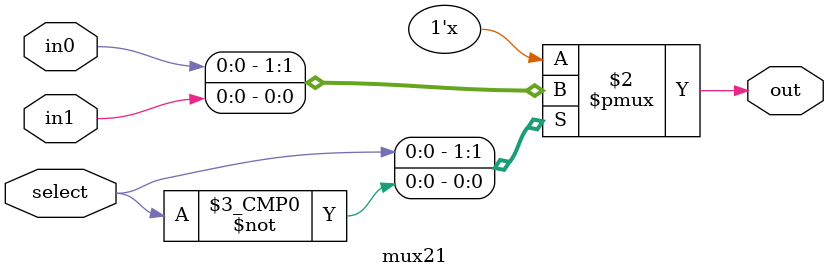
<source format=v>
module mux21(
	   input
	   select,
	   in0,
	   in1,
	   output reg
	   out
	   );
   
   always @(select or in1 or in0)
     case(select)
       1'b1 : out=in0;
       1'b0 : out=in1;
       default:out=1'bx;
     endcase
endmodule // mux

</source>
